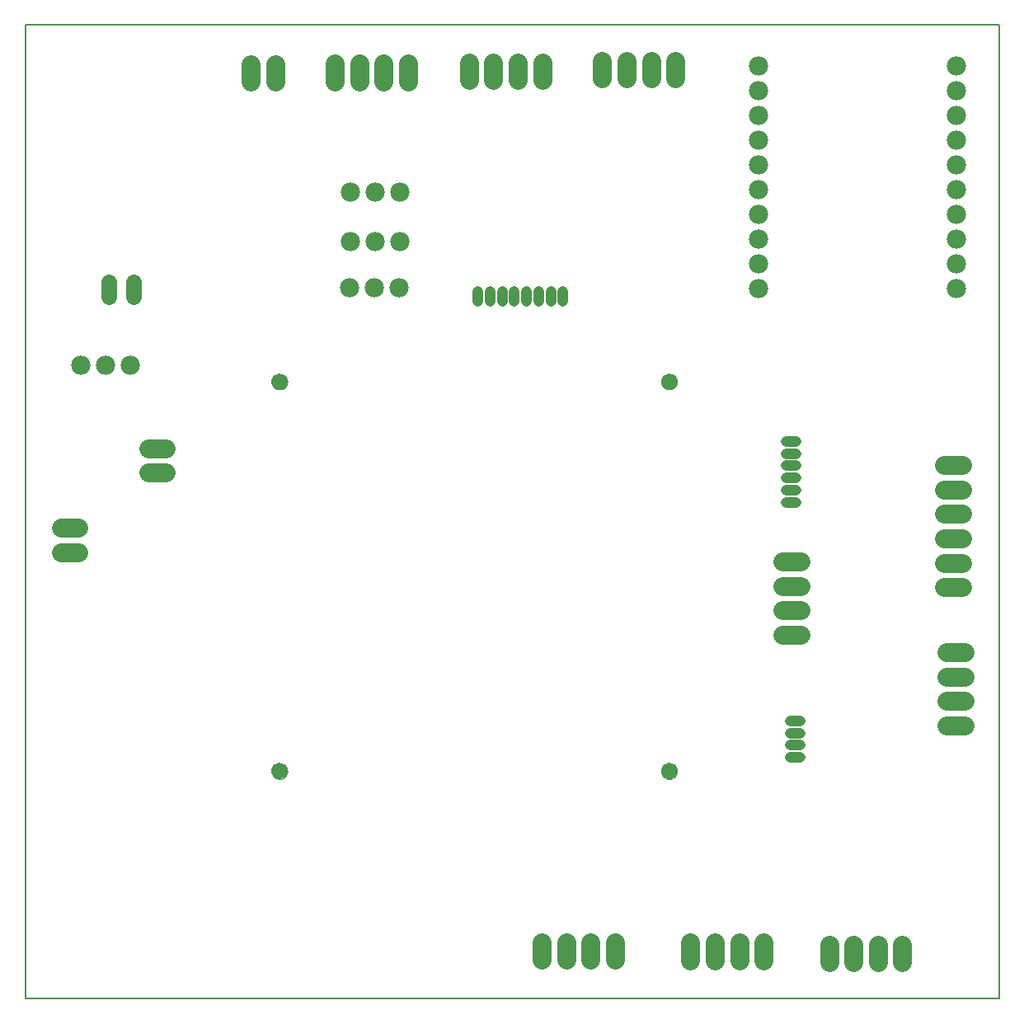
<source format=gbs>
G75*
%MOIN*%
%OFA0B0*%
%FSLAX25Y25*%
%IPPOS*%
%LPD*%
%AMOC8*
5,1,8,0,0,1.08239X$1,22.5*
%
%ADD10C,0.00800*%
%ADD11C,0.00000*%
%ADD12C,0.06699*%
%ADD13C,0.07605*%
%ADD14C,0.06400*%
%ADD15C,0.04369*%
%ADD16C,0.07800*%
D10*
X0075655Y0047033D02*
X0469356Y0047033D01*
X0469356Y0440734D01*
X0075655Y0440734D01*
X0075655Y0047033D01*
D11*
X0175261Y0138962D02*
X0175263Y0139074D01*
X0175269Y0139185D01*
X0175279Y0139297D01*
X0175293Y0139408D01*
X0175310Y0139518D01*
X0175332Y0139628D01*
X0175358Y0139737D01*
X0175387Y0139845D01*
X0175420Y0139951D01*
X0175457Y0140057D01*
X0175498Y0140161D01*
X0175543Y0140264D01*
X0175591Y0140365D01*
X0175642Y0140464D01*
X0175697Y0140561D01*
X0175756Y0140656D01*
X0175817Y0140750D01*
X0175882Y0140841D01*
X0175951Y0140929D01*
X0176022Y0141015D01*
X0176096Y0141099D01*
X0176174Y0141179D01*
X0176254Y0141257D01*
X0176337Y0141333D01*
X0176422Y0141405D01*
X0176510Y0141474D01*
X0176600Y0141540D01*
X0176693Y0141602D01*
X0176788Y0141662D01*
X0176885Y0141718D01*
X0176983Y0141770D01*
X0177084Y0141819D01*
X0177186Y0141864D01*
X0177290Y0141906D01*
X0177395Y0141944D01*
X0177502Y0141978D01*
X0177609Y0142008D01*
X0177718Y0142035D01*
X0177827Y0142057D01*
X0177938Y0142076D01*
X0178048Y0142091D01*
X0178160Y0142102D01*
X0178271Y0142109D01*
X0178383Y0142112D01*
X0178495Y0142111D01*
X0178607Y0142106D01*
X0178718Y0142097D01*
X0178829Y0142084D01*
X0178940Y0142067D01*
X0179050Y0142047D01*
X0179159Y0142022D01*
X0179267Y0141994D01*
X0179374Y0141961D01*
X0179480Y0141925D01*
X0179584Y0141885D01*
X0179687Y0141842D01*
X0179789Y0141795D01*
X0179888Y0141744D01*
X0179986Y0141690D01*
X0180082Y0141632D01*
X0180176Y0141571D01*
X0180267Y0141507D01*
X0180356Y0141440D01*
X0180443Y0141369D01*
X0180527Y0141295D01*
X0180609Y0141219D01*
X0180687Y0141139D01*
X0180763Y0141057D01*
X0180836Y0140972D01*
X0180906Y0140885D01*
X0180972Y0140795D01*
X0181036Y0140703D01*
X0181096Y0140609D01*
X0181153Y0140513D01*
X0181206Y0140414D01*
X0181256Y0140314D01*
X0181302Y0140213D01*
X0181345Y0140109D01*
X0181384Y0140004D01*
X0181419Y0139898D01*
X0181450Y0139791D01*
X0181478Y0139682D01*
X0181501Y0139573D01*
X0181521Y0139463D01*
X0181537Y0139352D01*
X0181549Y0139241D01*
X0181557Y0139130D01*
X0181561Y0139018D01*
X0181561Y0138906D01*
X0181557Y0138794D01*
X0181549Y0138683D01*
X0181537Y0138572D01*
X0181521Y0138461D01*
X0181501Y0138351D01*
X0181478Y0138242D01*
X0181450Y0138133D01*
X0181419Y0138026D01*
X0181384Y0137920D01*
X0181345Y0137815D01*
X0181302Y0137711D01*
X0181256Y0137610D01*
X0181206Y0137510D01*
X0181153Y0137411D01*
X0181096Y0137315D01*
X0181036Y0137221D01*
X0180972Y0137129D01*
X0180906Y0137039D01*
X0180836Y0136952D01*
X0180763Y0136867D01*
X0180687Y0136785D01*
X0180609Y0136705D01*
X0180527Y0136629D01*
X0180443Y0136555D01*
X0180356Y0136484D01*
X0180267Y0136417D01*
X0180176Y0136353D01*
X0180082Y0136292D01*
X0179986Y0136234D01*
X0179888Y0136180D01*
X0179789Y0136129D01*
X0179687Y0136082D01*
X0179584Y0136039D01*
X0179480Y0135999D01*
X0179374Y0135963D01*
X0179267Y0135930D01*
X0179159Y0135902D01*
X0179050Y0135877D01*
X0178940Y0135857D01*
X0178829Y0135840D01*
X0178718Y0135827D01*
X0178607Y0135818D01*
X0178495Y0135813D01*
X0178383Y0135812D01*
X0178271Y0135815D01*
X0178160Y0135822D01*
X0178048Y0135833D01*
X0177938Y0135848D01*
X0177827Y0135867D01*
X0177718Y0135889D01*
X0177609Y0135916D01*
X0177502Y0135946D01*
X0177395Y0135980D01*
X0177290Y0136018D01*
X0177186Y0136060D01*
X0177084Y0136105D01*
X0176983Y0136154D01*
X0176885Y0136206D01*
X0176788Y0136262D01*
X0176693Y0136322D01*
X0176600Y0136384D01*
X0176510Y0136450D01*
X0176422Y0136519D01*
X0176337Y0136591D01*
X0176254Y0136667D01*
X0176174Y0136745D01*
X0176096Y0136825D01*
X0176022Y0136909D01*
X0175951Y0136995D01*
X0175882Y0137083D01*
X0175817Y0137174D01*
X0175756Y0137268D01*
X0175697Y0137363D01*
X0175642Y0137460D01*
X0175591Y0137559D01*
X0175543Y0137660D01*
X0175498Y0137763D01*
X0175457Y0137867D01*
X0175420Y0137973D01*
X0175387Y0138079D01*
X0175358Y0138187D01*
X0175332Y0138296D01*
X0175310Y0138406D01*
X0175293Y0138516D01*
X0175279Y0138627D01*
X0175269Y0138739D01*
X0175263Y0138850D01*
X0175261Y0138962D01*
X0332741Y0138962D02*
X0332743Y0139074D01*
X0332749Y0139185D01*
X0332759Y0139297D01*
X0332773Y0139408D01*
X0332790Y0139518D01*
X0332812Y0139628D01*
X0332838Y0139737D01*
X0332867Y0139845D01*
X0332900Y0139951D01*
X0332937Y0140057D01*
X0332978Y0140161D01*
X0333023Y0140264D01*
X0333071Y0140365D01*
X0333122Y0140464D01*
X0333177Y0140561D01*
X0333236Y0140656D01*
X0333297Y0140750D01*
X0333362Y0140841D01*
X0333431Y0140929D01*
X0333502Y0141015D01*
X0333576Y0141099D01*
X0333654Y0141179D01*
X0333734Y0141257D01*
X0333817Y0141333D01*
X0333902Y0141405D01*
X0333990Y0141474D01*
X0334080Y0141540D01*
X0334173Y0141602D01*
X0334268Y0141662D01*
X0334365Y0141718D01*
X0334463Y0141770D01*
X0334564Y0141819D01*
X0334666Y0141864D01*
X0334770Y0141906D01*
X0334875Y0141944D01*
X0334982Y0141978D01*
X0335089Y0142008D01*
X0335198Y0142035D01*
X0335307Y0142057D01*
X0335418Y0142076D01*
X0335528Y0142091D01*
X0335640Y0142102D01*
X0335751Y0142109D01*
X0335863Y0142112D01*
X0335975Y0142111D01*
X0336087Y0142106D01*
X0336198Y0142097D01*
X0336309Y0142084D01*
X0336420Y0142067D01*
X0336530Y0142047D01*
X0336639Y0142022D01*
X0336747Y0141994D01*
X0336854Y0141961D01*
X0336960Y0141925D01*
X0337064Y0141885D01*
X0337167Y0141842D01*
X0337269Y0141795D01*
X0337368Y0141744D01*
X0337466Y0141690D01*
X0337562Y0141632D01*
X0337656Y0141571D01*
X0337747Y0141507D01*
X0337836Y0141440D01*
X0337923Y0141369D01*
X0338007Y0141295D01*
X0338089Y0141219D01*
X0338167Y0141139D01*
X0338243Y0141057D01*
X0338316Y0140972D01*
X0338386Y0140885D01*
X0338452Y0140795D01*
X0338516Y0140703D01*
X0338576Y0140609D01*
X0338633Y0140513D01*
X0338686Y0140414D01*
X0338736Y0140314D01*
X0338782Y0140213D01*
X0338825Y0140109D01*
X0338864Y0140004D01*
X0338899Y0139898D01*
X0338930Y0139791D01*
X0338958Y0139682D01*
X0338981Y0139573D01*
X0339001Y0139463D01*
X0339017Y0139352D01*
X0339029Y0139241D01*
X0339037Y0139130D01*
X0339041Y0139018D01*
X0339041Y0138906D01*
X0339037Y0138794D01*
X0339029Y0138683D01*
X0339017Y0138572D01*
X0339001Y0138461D01*
X0338981Y0138351D01*
X0338958Y0138242D01*
X0338930Y0138133D01*
X0338899Y0138026D01*
X0338864Y0137920D01*
X0338825Y0137815D01*
X0338782Y0137711D01*
X0338736Y0137610D01*
X0338686Y0137510D01*
X0338633Y0137411D01*
X0338576Y0137315D01*
X0338516Y0137221D01*
X0338452Y0137129D01*
X0338386Y0137039D01*
X0338316Y0136952D01*
X0338243Y0136867D01*
X0338167Y0136785D01*
X0338089Y0136705D01*
X0338007Y0136629D01*
X0337923Y0136555D01*
X0337836Y0136484D01*
X0337747Y0136417D01*
X0337656Y0136353D01*
X0337562Y0136292D01*
X0337466Y0136234D01*
X0337368Y0136180D01*
X0337269Y0136129D01*
X0337167Y0136082D01*
X0337064Y0136039D01*
X0336960Y0135999D01*
X0336854Y0135963D01*
X0336747Y0135930D01*
X0336639Y0135902D01*
X0336530Y0135877D01*
X0336420Y0135857D01*
X0336309Y0135840D01*
X0336198Y0135827D01*
X0336087Y0135818D01*
X0335975Y0135813D01*
X0335863Y0135812D01*
X0335751Y0135815D01*
X0335640Y0135822D01*
X0335528Y0135833D01*
X0335418Y0135848D01*
X0335307Y0135867D01*
X0335198Y0135889D01*
X0335089Y0135916D01*
X0334982Y0135946D01*
X0334875Y0135980D01*
X0334770Y0136018D01*
X0334666Y0136060D01*
X0334564Y0136105D01*
X0334463Y0136154D01*
X0334365Y0136206D01*
X0334268Y0136262D01*
X0334173Y0136322D01*
X0334080Y0136384D01*
X0333990Y0136450D01*
X0333902Y0136519D01*
X0333817Y0136591D01*
X0333734Y0136667D01*
X0333654Y0136745D01*
X0333576Y0136825D01*
X0333502Y0136909D01*
X0333431Y0136995D01*
X0333362Y0137083D01*
X0333297Y0137174D01*
X0333236Y0137268D01*
X0333177Y0137363D01*
X0333122Y0137460D01*
X0333071Y0137559D01*
X0333023Y0137660D01*
X0332978Y0137763D01*
X0332937Y0137867D01*
X0332900Y0137973D01*
X0332867Y0138079D01*
X0332838Y0138187D01*
X0332812Y0138296D01*
X0332790Y0138406D01*
X0332773Y0138516D01*
X0332759Y0138627D01*
X0332749Y0138739D01*
X0332743Y0138850D01*
X0332741Y0138962D01*
X0332741Y0296443D02*
X0332743Y0296555D01*
X0332749Y0296666D01*
X0332759Y0296778D01*
X0332773Y0296889D01*
X0332790Y0296999D01*
X0332812Y0297109D01*
X0332838Y0297218D01*
X0332867Y0297326D01*
X0332900Y0297432D01*
X0332937Y0297538D01*
X0332978Y0297642D01*
X0333023Y0297745D01*
X0333071Y0297846D01*
X0333122Y0297945D01*
X0333177Y0298042D01*
X0333236Y0298137D01*
X0333297Y0298231D01*
X0333362Y0298322D01*
X0333431Y0298410D01*
X0333502Y0298496D01*
X0333576Y0298580D01*
X0333654Y0298660D01*
X0333734Y0298738D01*
X0333817Y0298814D01*
X0333902Y0298886D01*
X0333990Y0298955D01*
X0334080Y0299021D01*
X0334173Y0299083D01*
X0334268Y0299143D01*
X0334365Y0299199D01*
X0334463Y0299251D01*
X0334564Y0299300D01*
X0334666Y0299345D01*
X0334770Y0299387D01*
X0334875Y0299425D01*
X0334982Y0299459D01*
X0335089Y0299489D01*
X0335198Y0299516D01*
X0335307Y0299538D01*
X0335418Y0299557D01*
X0335528Y0299572D01*
X0335640Y0299583D01*
X0335751Y0299590D01*
X0335863Y0299593D01*
X0335975Y0299592D01*
X0336087Y0299587D01*
X0336198Y0299578D01*
X0336309Y0299565D01*
X0336420Y0299548D01*
X0336530Y0299528D01*
X0336639Y0299503D01*
X0336747Y0299475D01*
X0336854Y0299442D01*
X0336960Y0299406D01*
X0337064Y0299366D01*
X0337167Y0299323D01*
X0337269Y0299276D01*
X0337368Y0299225D01*
X0337466Y0299171D01*
X0337562Y0299113D01*
X0337656Y0299052D01*
X0337747Y0298988D01*
X0337836Y0298921D01*
X0337923Y0298850D01*
X0338007Y0298776D01*
X0338089Y0298700D01*
X0338167Y0298620D01*
X0338243Y0298538D01*
X0338316Y0298453D01*
X0338386Y0298366D01*
X0338452Y0298276D01*
X0338516Y0298184D01*
X0338576Y0298090D01*
X0338633Y0297994D01*
X0338686Y0297895D01*
X0338736Y0297795D01*
X0338782Y0297694D01*
X0338825Y0297590D01*
X0338864Y0297485D01*
X0338899Y0297379D01*
X0338930Y0297272D01*
X0338958Y0297163D01*
X0338981Y0297054D01*
X0339001Y0296944D01*
X0339017Y0296833D01*
X0339029Y0296722D01*
X0339037Y0296611D01*
X0339041Y0296499D01*
X0339041Y0296387D01*
X0339037Y0296275D01*
X0339029Y0296164D01*
X0339017Y0296053D01*
X0339001Y0295942D01*
X0338981Y0295832D01*
X0338958Y0295723D01*
X0338930Y0295614D01*
X0338899Y0295507D01*
X0338864Y0295401D01*
X0338825Y0295296D01*
X0338782Y0295192D01*
X0338736Y0295091D01*
X0338686Y0294991D01*
X0338633Y0294892D01*
X0338576Y0294796D01*
X0338516Y0294702D01*
X0338452Y0294610D01*
X0338386Y0294520D01*
X0338316Y0294433D01*
X0338243Y0294348D01*
X0338167Y0294266D01*
X0338089Y0294186D01*
X0338007Y0294110D01*
X0337923Y0294036D01*
X0337836Y0293965D01*
X0337747Y0293898D01*
X0337656Y0293834D01*
X0337562Y0293773D01*
X0337466Y0293715D01*
X0337368Y0293661D01*
X0337269Y0293610D01*
X0337167Y0293563D01*
X0337064Y0293520D01*
X0336960Y0293480D01*
X0336854Y0293444D01*
X0336747Y0293411D01*
X0336639Y0293383D01*
X0336530Y0293358D01*
X0336420Y0293338D01*
X0336309Y0293321D01*
X0336198Y0293308D01*
X0336087Y0293299D01*
X0335975Y0293294D01*
X0335863Y0293293D01*
X0335751Y0293296D01*
X0335640Y0293303D01*
X0335528Y0293314D01*
X0335418Y0293329D01*
X0335307Y0293348D01*
X0335198Y0293370D01*
X0335089Y0293397D01*
X0334982Y0293427D01*
X0334875Y0293461D01*
X0334770Y0293499D01*
X0334666Y0293541D01*
X0334564Y0293586D01*
X0334463Y0293635D01*
X0334365Y0293687D01*
X0334268Y0293743D01*
X0334173Y0293803D01*
X0334080Y0293865D01*
X0333990Y0293931D01*
X0333902Y0294000D01*
X0333817Y0294072D01*
X0333734Y0294148D01*
X0333654Y0294226D01*
X0333576Y0294306D01*
X0333502Y0294390D01*
X0333431Y0294476D01*
X0333362Y0294564D01*
X0333297Y0294655D01*
X0333236Y0294749D01*
X0333177Y0294844D01*
X0333122Y0294941D01*
X0333071Y0295040D01*
X0333023Y0295141D01*
X0332978Y0295244D01*
X0332937Y0295348D01*
X0332900Y0295454D01*
X0332867Y0295560D01*
X0332838Y0295668D01*
X0332812Y0295777D01*
X0332790Y0295887D01*
X0332773Y0295997D01*
X0332759Y0296108D01*
X0332749Y0296220D01*
X0332743Y0296331D01*
X0332741Y0296443D01*
X0175261Y0296443D02*
X0175263Y0296555D01*
X0175269Y0296666D01*
X0175279Y0296778D01*
X0175293Y0296889D01*
X0175310Y0296999D01*
X0175332Y0297109D01*
X0175358Y0297218D01*
X0175387Y0297326D01*
X0175420Y0297432D01*
X0175457Y0297538D01*
X0175498Y0297642D01*
X0175543Y0297745D01*
X0175591Y0297846D01*
X0175642Y0297945D01*
X0175697Y0298042D01*
X0175756Y0298137D01*
X0175817Y0298231D01*
X0175882Y0298322D01*
X0175951Y0298410D01*
X0176022Y0298496D01*
X0176096Y0298580D01*
X0176174Y0298660D01*
X0176254Y0298738D01*
X0176337Y0298814D01*
X0176422Y0298886D01*
X0176510Y0298955D01*
X0176600Y0299021D01*
X0176693Y0299083D01*
X0176788Y0299143D01*
X0176885Y0299199D01*
X0176983Y0299251D01*
X0177084Y0299300D01*
X0177186Y0299345D01*
X0177290Y0299387D01*
X0177395Y0299425D01*
X0177502Y0299459D01*
X0177609Y0299489D01*
X0177718Y0299516D01*
X0177827Y0299538D01*
X0177938Y0299557D01*
X0178048Y0299572D01*
X0178160Y0299583D01*
X0178271Y0299590D01*
X0178383Y0299593D01*
X0178495Y0299592D01*
X0178607Y0299587D01*
X0178718Y0299578D01*
X0178829Y0299565D01*
X0178940Y0299548D01*
X0179050Y0299528D01*
X0179159Y0299503D01*
X0179267Y0299475D01*
X0179374Y0299442D01*
X0179480Y0299406D01*
X0179584Y0299366D01*
X0179687Y0299323D01*
X0179789Y0299276D01*
X0179888Y0299225D01*
X0179986Y0299171D01*
X0180082Y0299113D01*
X0180176Y0299052D01*
X0180267Y0298988D01*
X0180356Y0298921D01*
X0180443Y0298850D01*
X0180527Y0298776D01*
X0180609Y0298700D01*
X0180687Y0298620D01*
X0180763Y0298538D01*
X0180836Y0298453D01*
X0180906Y0298366D01*
X0180972Y0298276D01*
X0181036Y0298184D01*
X0181096Y0298090D01*
X0181153Y0297994D01*
X0181206Y0297895D01*
X0181256Y0297795D01*
X0181302Y0297694D01*
X0181345Y0297590D01*
X0181384Y0297485D01*
X0181419Y0297379D01*
X0181450Y0297272D01*
X0181478Y0297163D01*
X0181501Y0297054D01*
X0181521Y0296944D01*
X0181537Y0296833D01*
X0181549Y0296722D01*
X0181557Y0296611D01*
X0181561Y0296499D01*
X0181561Y0296387D01*
X0181557Y0296275D01*
X0181549Y0296164D01*
X0181537Y0296053D01*
X0181521Y0295942D01*
X0181501Y0295832D01*
X0181478Y0295723D01*
X0181450Y0295614D01*
X0181419Y0295507D01*
X0181384Y0295401D01*
X0181345Y0295296D01*
X0181302Y0295192D01*
X0181256Y0295091D01*
X0181206Y0294991D01*
X0181153Y0294892D01*
X0181096Y0294796D01*
X0181036Y0294702D01*
X0180972Y0294610D01*
X0180906Y0294520D01*
X0180836Y0294433D01*
X0180763Y0294348D01*
X0180687Y0294266D01*
X0180609Y0294186D01*
X0180527Y0294110D01*
X0180443Y0294036D01*
X0180356Y0293965D01*
X0180267Y0293898D01*
X0180176Y0293834D01*
X0180082Y0293773D01*
X0179986Y0293715D01*
X0179888Y0293661D01*
X0179789Y0293610D01*
X0179687Y0293563D01*
X0179584Y0293520D01*
X0179480Y0293480D01*
X0179374Y0293444D01*
X0179267Y0293411D01*
X0179159Y0293383D01*
X0179050Y0293358D01*
X0178940Y0293338D01*
X0178829Y0293321D01*
X0178718Y0293308D01*
X0178607Y0293299D01*
X0178495Y0293294D01*
X0178383Y0293293D01*
X0178271Y0293296D01*
X0178160Y0293303D01*
X0178048Y0293314D01*
X0177938Y0293329D01*
X0177827Y0293348D01*
X0177718Y0293370D01*
X0177609Y0293397D01*
X0177502Y0293427D01*
X0177395Y0293461D01*
X0177290Y0293499D01*
X0177186Y0293541D01*
X0177084Y0293586D01*
X0176983Y0293635D01*
X0176885Y0293687D01*
X0176788Y0293743D01*
X0176693Y0293803D01*
X0176600Y0293865D01*
X0176510Y0293931D01*
X0176422Y0294000D01*
X0176337Y0294072D01*
X0176254Y0294148D01*
X0176174Y0294226D01*
X0176096Y0294306D01*
X0176022Y0294390D01*
X0175951Y0294476D01*
X0175882Y0294564D01*
X0175817Y0294655D01*
X0175756Y0294749D01*
X0175697Y0294844D01*
X0175642Y0294941D01*
X0175591Y0295040D01*
X0175543Y0295141D01*
X0175498Y0295244D01*
X0175457Y0295348D01*
X0175420Y0295454D01*
X0175387Y0295560D01*
X0175358Y0295668D01*
X0175332Y0295777D01*
X0175310Y0295887D01*
X0175293Y0295997D01*
X0175279Y0296108D01*
X0175269Y0296220D01*
X0175263Y0296331D01*
X0175261Y0296443D01*
D12*
X0178411Y0296443D03*
X0335891Y0296443D03*
X0335891Y0138962D03*
X0178411Y0138962D03*
D13*
X0097210Y0227545D02*
X0090006Y0227545D01*
X0090006Y0237387D02*
X0097210Y0237387D01*
X0125320Y0259631D02*
X0132525Y0259631D01*
X0132525Y0269474D02*
X0125320Y0269474D01*
X0166876Y0417683D02*
X0166876Y0424887D01*
X0176718Y0424887D02*
X0176718Y0417683D01*
X0200813Y0417860D02*
X0200813Y0425065D01*
X0210655Y0425065D02*
X0210655Y0417860D01*
X0220498Y0417860D02*
X0220498Y0425065D01*
X0230340Y0425065D02*
X0230340Y0417860D01*
X0255045Y0418372D02*
X0255045Y0425576D01*
X0264887Y0425576D02*
X0264887Y0418372D01*
X0274730Y0418372D02*
X0274730Y0425576D01*
X0284572Y0425576D02*
X0284572Y0418372D01*
X0308883Y0419002D02*
X0308883Y0426206D01*
X0318726Y0426206D02*
X0318726Y0419002D01*
X0328569Y0419002D02*
X0328569Y0426206D01*
X0338411Y0426206D02*
X0338411Y0419002D01*
X0447210Y0262624D02*
X0454415Y0262624D01*
X0454415Y0252781D02*
X0447210Y0252781D01*
X0447210Y0242939D02*
X0454415Y0242939D01*
X0454415Y0233096D02*
X0447210Y0233096D01*
X0447210Y0223254D02*
X0454415Y0223254D01*
X0454415Y0213411D02*
X0447210Y0213411D01*
X0448037Y0187072D02*
X0455242Y0187072D01*
X0455242Y0177230D02*
X0448037Y0177230D01*
X0448037Y0167387D02*
X0455242Y0167387D01*
X0455242Y0157545D02*
X0448037Y0157545D01*
X0388903Y0194159D02*
X0381698Y0194159D01*
X0381698Y0204002D02*
X0388903Y0204002D01*
X0388903Y0213844D02*
X0381698Y0213844D01*
X0381698Y0223687D02*
X0388903Y0223687D01*
X0374080Y0069769D02*
X0374080Y0062565D01*
X0364238Y0062565D02*
X0364238Y0069769D01*
X0354395Y0069769D02*
X0354395Y0062565D01*
X0344553Y0062565D02*
X0344553Y0069769D01*
X0313962Y0069887D02*
X0313962Y0062683D01*
X0304120Y0062683D02*
X0304120Y0069887D01*
X0294277Y0069887D02*
X0294277Y0062683D01*
X0284435Y0062683D02*
X0284435Y0069887D01*
X0400616Y0068903D02*
X0400616Y0061698D01*
X0410458Y0061698D02*
X0410458Y0068903D01*
X0420301Y0068903D02*
X0420301Y0061698D01*
X0430143Y0061698D02*
X0430143Y0068903D01*
D14*
X0119494Y0330628D02*
X0119494Y0336628D01*
X0109494Y0336628D02*
X0109494Y0330628D01*
D15*
X0258391Y0329222D02*
X0258391Y0333191D01*
X0263313Y0333191D02*
X0263313Y0329222D01*
X0268234Y0329222D02*
X0268234Y0333191D01*
X0273155Y0333191D02*
X0273155Y0329222D01*
X0278076Y0329222D02*
X0278076Y0333191D01*
X0282998Y0333191D02*
X0282998Y0329222D01*
X0287919Y0329222D02*
X0287919Y0333191D01*
X0292840Y0333191D02*
X0292840Y0329222D01*
X0383041Y0272486D02*
X0387009Y0272486D01*
X0387009Y0267565D02*
X0383041Y0267565D01*
X0383041Y0262643D02*
X0387009Y0262643D01*
X0387009Y0257722D02*
X0383041Y0257722D01*
X0383041Y0252801D02*
X0387009Y0252801D01*
X0387009Y0247880D02*
X0383041Y0247880D01*
X0384616Y0159474D02*
X0388584Y0159474D01*
X0388584Y0154553D02*
X0384616Y0154553D01*
X0384616Y0149631D02*
X0388584Y0149631D01*
X0388584Y0144710D02*
X0384616Y0144710D01*
D16*
X0372072Y0334120D03*
X0372072Y0344120D03*
X0372072Y0354120D03*
X0372072Y0364120D03*
X0372072Y0374120D03*
X0372072Y0384120D03*
X0372072Y0394120D03*
X0372072Y0404120D03*
X0372072Y0414120D03*
X0372072Y0424120D03*
X0452072Y0424120D03*
X0452072Y0414120D03*
X0452072Y0404120D03*
X0452072Y0394120D03*
X0452072Y0384120D03*
X0452072Y0374120D03*
X0452072Y0364120D03*
X0452072Y0354120D03*
X0452072Y0344120D03*
X0452072Y0334120D03*
X0226876Y0334317D03*
X0216876Y0334317D03*
X0206876Y0334317D03*
X0206915Y0353096D03*
X0216915Y0353096D03*
X0226915Y0353096D03*
X0226915Y0373096D03*
X0216915Y0373096D03*
X0206915Y0373096D03*
X0118214Y0303017D03*
X0108214Y0303017D03*
X0098214Y0303017D03*
M02*

</source>
